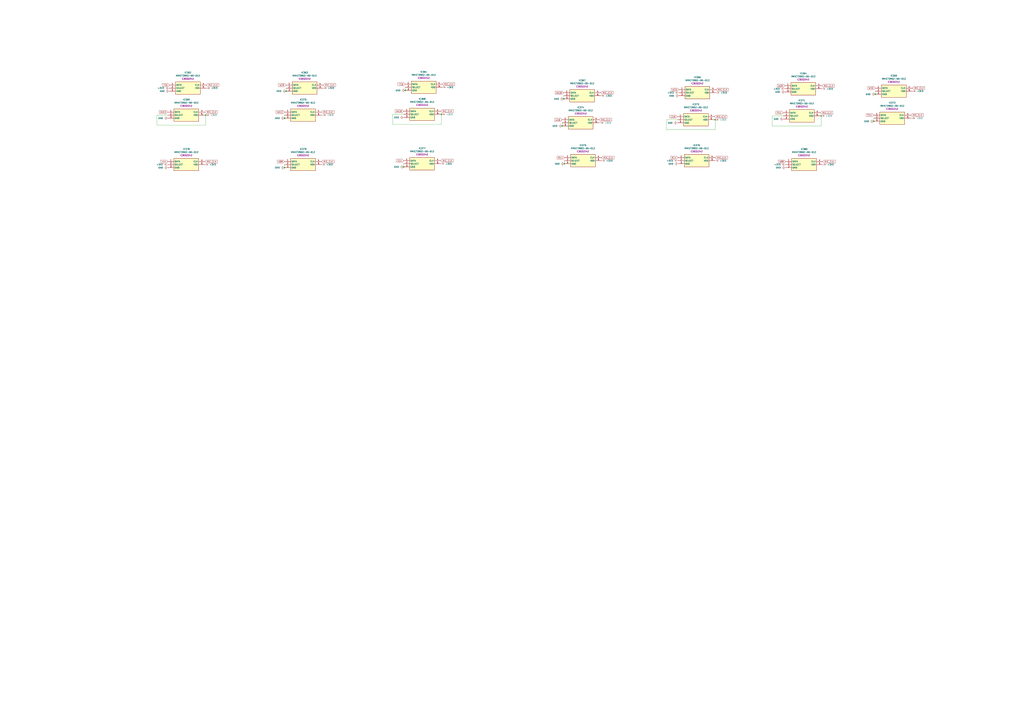
<source format=kicad_sch>
(kicad_sch (version 20231120) (generator "eeschema") (generator_version "8.0")
  (paper "A1")
  (lib_symbols
    (symbol "SamacSys_Parts:MMICT3902-00-012"
      (property "Reference" "IC" (at 26.67 7.62 0))
      (property "Value" "MMICT3902-00-012" (at 26.67 5.08 0))
      (property "LCSC" "C3032242" (at 0 0 0))
      (symbol "MMICT3902-00-012_1_1"
        (rectangle (start 5.08 2.54) (end 25.4 -7.62) (stroke (width 0.254)) (fill (type background)))
        (pin passive line (at 0 0 0) (length 5.08) (name "DATA") (number "1"))
        (pin passive line (at 0 -2.54 0) (length 5.08) (name "SELECT") (number "2"))
        (pin passive line (at 0 -5.08 0) (length 5.08) (name "GND") (number "3"))
        (pin passive line (at 30.48 0 180) (length 5.08) (name "CLK") (number "4"))
        (pin passive line (at 30.48 -2.54 180) (length 5.08) (name "VDD") (number "5"))
      )
    )
    (symbol "power:+3V3" (power) (pin_names (offset 0))
      (property "Value" "+3V3" (at 0 3.556 0))
      (symbol "+3V3_0_1"
        (polyline (pts (xy -0.762 1.27) (xy 0 2.54)))
        (polyline (pts (xy 0 0) (xy 0 2.54)))
        (polyline (pts (xy 0 2.54) (xy 0.762 1.27)))
      )
      (symbol "+3V3_1_1"
        (pin power_in line (at 0 0 90) (length 0) hide (name "+3V3") (number "1"))
      )
    )
    (symbol "power:GND" (power) (pin_names (offset 0))
      (property "Value" "GND" (at 0 -3.81 0))
      (symbol "GND_0_1"
        (polyline (pts (xy 0 0) (xy 0 -1.27) (xy 1.27 -1.27) (xy 0 -2.54) (xy -1.27 -1.27) (xy 0 -1.27)))
      )
      (symbol "GND_1_1"
        (pin power_in line (at 0 0 270) (length 0) hide (name "GND") (number "1"))
      )
    )
  )
  (junction (at 587.375 98.425))
  (junction (at 718.82 77.47))
  (junction (at 463.55 134.62))
  (junction (at 233.68 137.795))
  (junction (at 717.55 99.695))
  (junction (at 233.68 97.155))
  (junction (at 332.74 74.295))
  (junction (at 168.91 94.615))
  (junction (at 331.47 137.16))
  (junction (at 461.645 103.505))
  (junction (at 462.915 81.28))
  (junction (at 234.95 74.93))
  (junction (at 674.37 95.25))
  (junction (at 362.585 93.98))
  (wire (pts (xy 643.255 95.25) (xy 634.365 95.25)))
  (wire (pts (xy 673.735 95.25) (xy 674.37 95.25)))
  (wire (pts (xy 332.74 71.755) (xy 332.74 74.295)))
  (wire (pts (xy 587.375 98.425) (xy 587.375 106.68)))
  (wire (pts (xy 233.68 94.615) (xy 233.68 97.155)))
  (wire (pts (xy 128.905 102.87) (xy 168.91 102.87)))
  (wire (pts (xy 168.275 94.615) (xy 168.91 94.615)))
  (wire (pts (xy 137.795 94.615) (xy 128.905 94.615)))
  (wire (pts (xy 718.82 74.93) (xy 718.82 77.47)))
  (wire (pts (xy 362.585 93.98) (xy 362.585 102.235)))
  (wire (pts (xy 492.125 100.965) (xy 492.76 100.965)))
  (wire (pts (xy 361.95 93.98) (xy 362.585 93.98)))
  (wire (pts (xy 322.58 102.235) (xy 362.585 102.235)))
  (wire (pts (xy 234.95 72.39) (xy 234.95 74.93)))
  (wire (pts (xy 168.91 94.615) (xy 168.91 102.87)))
  (wire (pts (xy 322.58 93.98) (xy 322.58 102.235)))
  (wire (pts (xy 547.37 98.425) (xy 547.37 106.68)))
  (wire (pts (xy 331.47 134.62) (xy 331.47 137.16)))
  (wire (pts (xy 748.03 97.155) (xy 748.665 97.155)))
  (wire (pts (xy 264.16 94.615) (xy 264.795 94.615)))
  (wire (pts (xy 233.68 135.255) (xy 233.68 137.795)))
  (wire (pts (xy 556.768 132.08) (xy 556.895 132.08)))
  (wire (pts (xy 674.37 95.25) (xy 674.37 103.505)))
  (wire (pts (xy 462.915 78.74) (xy 462.915 81.28)))
  (wire (pts (xy 547.37 106.68) (xy 587.375 106.68)))
  (wire (pts (xy 717.55 97.155) (xy 717.55 99.695)))
  (wire (pts (xy 331.47 93.98) (xy 322.58 93.98)))
  (wire (pts (xy 634.365 103.505) (xy 674.37 103.505)))
  (wire (pts (xy 586.74 98.425) (xy 587.375 98.425)))
  (wire (pts (xy 128.905 94.615) (xy 128.905 102.87)))
  (wire (pts (xy 556.26 98.425) (xy 547.37 98.425)))
  (wire (pts (xy 634.365 95.25) (xy 634.365 103.505)))
  (wire (pts (xy 463.55 132.08) (xy 463.55 134.62)))
  (wire (pts (xy 461.645 100.965) (xy 461.645 103.505)))
  (global_label "MIC_CLK" (shape input) (at 361.95 91.44 0) (property "Intersheetrefs" "${INTERSHEET_REFS}" (effects (hide yes))))
  (global_label "R14" (shape input) (at 556.895 129.54 180) (property "Intersheetrefs" "${INTERSHEET_REFS}" (effects (hide yes))))
  (global_label "W20" (shape input) (at 234.95 69.85 180) (property "Intersheetrefs" "${INTERSHEET_REFS}" (effects (hide yes))))
  (global_label "MIC_CLK" (shape input) (at 494.03 129.54 0) (property "Intersheetrefs" "${INTERSHEET_REFS}" (effects (hide yes))))
  (global_label "MIC_CLK" (shape input) (at 168.275 132.715 0) (property "Intersheetrefs" "${INTERSHEET_REFS}" (effects (hide yes))))
  (global_label "MIC_CLK" (shape input) (at 264.16 92.075 0) (property "Intersheetrefs" "${INTERSHEET_REFS}" (effects (hide yes))))
  (global_label "MIC_CLK" (shape input) (at 586.74 95.885 0) (property "Intersheetrefs" "${INTERSHEET_REFS}" (effects (hide yes))))
  (global_label "MIC_CLK" (shape input) (at 748.03 94.615 0) (property "Intersheetrefs" "${INTERSHEET_REFS}" (effects (hide yes))))
  (global_label "MIC_CLK" (shape input) (at 675.64 132.715 0) (property "Intersheetrefs" "${INTERSHEET_REFS}" (effects (hide yes))))
  (global_label "P14" (shape input) (at 643.255 92.71 180) (property "Intersheetrefs" "${INTERSHEET_REFS}" (effects (hide yes))))
  (global_label "AA13" (shape input) (at 137.795 92.075 180) (property "Intersheetrefs" "${INTERSHEET_REFS}" (effects (hide yes))))
  (global_label "MIC_CLK" (shape input) (at 587.375 129.54 0) (property "Intersheetrefs" "${INTERSHEET_REFS}" (effects (hide yes))))
  (global_label "AA18" (shape input) (at 331.47 91.44 180) (property "Intersheetrefs" "${INTERSHEET_REFS}" (effects (hide yes))))
  (global_label "MIC_CLK" (shape input) (at 363.22 69.215 0) (property "Intersheetrefs" "${INTERSHEET_REFS}" (effects (hide yes))))
  (global_label "MIC_CLK" (shape input) (at 588.01 73.66 0) (property "Intersheetrefs" "${INTERSHEET_REFS}" (effects (hide yes))))
  (global_label "W20" (shape input) (at 644.525 70.485 180) (property "Intersheetrefs" "${INTERSHEET_REFS}" (effects (hide yes))))
  (global_label "MIC_CLK" (shape input) (at 749.3 72.39 0) (property "Intersheetrefs" "${INTERSHEET_REFS}" (effects (hide yes))))
  (global_label "MIC_CLK" (shape input) (at 169.545 69.85 0) (property "Intersheetrefs" "${INTERSHEET_REFS}" (effects (hide yes))))
  (global_label "P14" (shape input) (at 717.55 94.615 180) (property "Intersheetrefs" "${INTERSHEET_REFS}" (effects (hide yes))))
  (global_label "MIC_CLK" (shape input) (at 493.395 76.2 0) (property "Intersheetrefs" "${INTERSHEET_REFS}" (effects (hide yes))))
  (global_label "Y16" (shape input) (at 139.065 69.85 180) (property "Intersheetrefs" "${INTERSHEET_REFS}" (effects (hide yes))))
  (global_label "MIC_CLK" (shape input) (at 675.005 70.485 0) (property "Intersheetrefs" "${INTERSHEET_REFS}" (effects (hide yes))))
  (global_label "MIC_CLK" (shape input) (at 492.125 98.425 0) (property "Intersheetrefs" "${INTERSHEET_REFS}" (effects (hide yes))))
  (global_label "AA13" (shape input) (at 233.68 92.075 180) (property "Intersheetrefs" "${INTERSHEET_REFS}" (effects (hide yes))))
  (global_label "V14" (shape input) (at 137.795 132.715 180) (property "Intersheetrefs" "${INTERSHEET_REFS}" (effects (hide yes))))
  (global_label "W15" (shape input) (at 718.82 72.39 180) (property "Intersheetrefs" "${INTERSHEET_REFS}" (effects (hide yes))))
  (global_label "MIC_CLK" (shape input) (at 361.95 132.08 0) (property "Intersheetrefs" "${INTERSHEET_REFS}" (effects (hide yes))))
  (global_label "MIC_CLK" (shape input) (at 264.16 132.715 0) (property "Intersheetrefs" "${INTERSHEET_REFS}" (effects (hide yes))))
  (global_label "MIC_CLK" (shape input) (at 265.43 69.85 0) (property "Intersheetrefs" "${INTERSHEET_REFS}" (effects (hide yes))))
  (global_label "AB8" (shape input) (at 233.68 132.715 180) (property "Intersheetrefs" "${INTERSHEET_REFS}" (effects (hide yes))))
  (global_label "U16" (shape input) (at 556.26 95.885 180) (property "Intersheetrefs" "${INTERSHEET_REFS}" (effects (hide yes))))
  (global_label "MIC_CLK" (shape input) (at 673.735 92.71 0) (property "Intersheetrefs" "${INTERSHEET_REFS}" (effects (hide yes))))
  (global_label "R14" (shape input) (at 463.55 129.54 180) (property "Intersheetrefs" "${INTERSHEET_REFS}" (effects (hide yes))))
  (global_label "W15" (shape input) (at 557.53 73.66 180) (property "Intersheetrefs" "${INTERSHEET_REFS}" (effects (hide yes))))
  (global_label "AB8" (shape input) (at 645.16 132.715 180) (property "Intersheetrefs" "${INTERSHEET_REFS}" (effects (hide yes))))
  (global_label "MIC_CLK" (shape input) (at 168.275 92.075 0) (property "Intersheetrefs" "${INTERSHEET_REFS}" (effects (hide yes))))
  (global_label "Y16" (shape input) (at 332.74 69.215 180) (property "Intersheetrefs" "${INTERSHEET_REFS}" (effects (hide yes))))
  (global_label "AA18" (shape input) (at 462.915 76.2 180) (property "Intersheetrefs" "${INTERSHEET_REFS}" (effects (hide yes))))
  (global_label "V14" (shape input) (at 331.47 132.08 180) (property "Intersheetrefs" "${INTERSHEET_REFS}" (effects (hide yes))))
  (global_label "U16" (shape input) (at 461.645 98.425 180) (property "Intersheetrefs" "${INTERSHEET_REFS}" (effects (hide yes))))
  (symbol (lib_id "power:+3V3") (at 139.065 72.39 90) (unit 1)
    (property "Reference" "#PWR0854" (effects (hide yes)))
    (property "Value" "+3V3" (at 134.747 72.39 90) (effects (justify left)))
  )
  (symbol (lib_id "power:+3V3") (at 169.545 72.39 270) (unit 1)
    (property "Reference" "#PWR0811" (effects (hide yes)))
    (property "Value" "+3V3" (at 173.355 72.39 90) (effects (justify left)))
  )
  (symbol (lib_id "power:+3V3") (at 168.91 94.615 270) (unit 1)
    (property "Reference" "#PWR0825" (effects (hide yes)))
    (property "Value" "+3V3" (at 172.72 94.615 90) (effects (justify left)))
  )
  (symbol (lib_id "power:+3V3") (at 264.795 94.615 270) (unit 1)
    (property "Reference" "#PWR0826" (effects (hide yes)))
    (property "Value" "+3V3" (at 268.605 94.615 90) (effects (justify left)))
  )
  (symbol (lib_id "power:GND") (at 718.82 77.47 270) (unit 1)
    (property "Reference" "#PWR0820" (effects (hide yes)))
    (property "Value" "GND" (at 715.01 77.47 90) (effects (justify right)))
  )
  (symbol (lib_id "power:+3V3") (at 675.64 135.255 270) (unit 1)
    (property "Reference" "#PWR0845" (effects (hide yes)))
    (property "Value" "+3V3" (at 679.45 135.255 90) (effects (justify left)))
  )
  (symbol (lib_id "SamacSys_Parts:MMICT3902-00-012") (at 331.47 132.08 0) (unit 1)
    (property "Reference" "IC377" (at 346.71 121.92 0))
    (property "Value" "MMICT3902-00-012" (at 346.71 124.46 0))
    (property "Footprint" "T3902:MMICT390200012" (effects (hide yes)))
    (property "Datasheet" "http://invensense.tdk.com/wp-content/uploads/2020/05/DS-000357-T3902-v1.0.pdf" (effects (hide yes)))
    (property "Height" "1.13" (effects (hide yes)))
    (property "Mouser Part Number" "410-MMICT3902-00-012" (effects (hide yes)))
    (property "Mouser Price/Stock" "https://www.mouser.co.uk/ProductDetail/TDK-InvenSense/MMICT3902-00-012?qs=yqaQSyyJnNi1lpqXyrpxOA%3D%3D" (effects (hide yes)))
    (property "Manufacturer_Name" "TDK" (effects (hide yes)))
    (property "Manufacturer_Part_Number" "MMICT3902-00-012" (effects (hide yes)))
    (property "LCSC" "C3032242" (at 346.71 127 0))
  )
  (symbol (lib_id "power:GND") (at 644.525 75.565 270) (unit 1)
    (property "Reference" "#PWR0818" (effects (hide yes)))
    (property "Value" "GND" (at 640.715 75.565 90) (effects (justify right)))
  )
  (symbol (lib_id "power:+3V3") (at 749.3 74.93 270) (unit 1)
    (property "Reference" "#PWR0817" (effects (hide yes)))
    (property "Value" "+3V3" (at 753.11 74.93 90) (effects (justify left)))
  )
  (symbol (lib_id "power:GND") (at 556.26 100.965 270) (unit 1)
    (property "Reference" "#PWR0836" (effects (hide yes)))
    (property "Value" "GND" (at 552.45 100.965 90) (effects (justify right)))
  )
  (symbol (lib_id "power:+3V3") (at 587.375 98.425 270) (unit 1)
    (property "Reference" "#PWR0833" (effects (hide yes)))
    (property "Value" "+3V3" (at 591.185 98.425 90) (effects (justify left)))
  )
  (symbol (lib_id "power:GND") (at 557.53 78.74 270) (unit 1)
    (property "Reference" "#PWR0822" (effects (hide yes)))
    (property "Value" "GND" (at 553.72 78.74 90) (effects (justify right)))
  )
  (symbol (lib_id "power:+3V3") (at 362.585 93.98 270) (unit 1)
    (property "Reference" "#PWR0824" (effects (hide yes)))
    (property "Value" "+3V3" (at 366.395 93.98 90) (effects (justify left)))
  )
  (symbol (lib_id "power:GND") (at 139.065 74.93 270) (unit 1)
    (property "Reference" "#PWR0815" (effects (hide yes)))
    (property "Value" "GND" (at 135.255 74.93 90) (effects (justify right)))
  )
  (symbol (lib_id "SamacSys_Parts:MMICT3902-00-012") (at 645.16 132.715 0) (unit 1)
    (property "Reference" "IC380" (at 660.4 122.555 0))
    (property "Value" "MMICT3902-00-012" (at 660.4 125.095 0))
    (property "Footprint" "T3902:MMICT390200012" (effects (hide yes)))
    (property "Datasheet" "http://invensense.tdk.com/wp-content/uploads/2020/05/DS-000357-T3902-v1.0.pdf" (effects (hide yes)))
    (property "Height" "1.13" (effects (hide yes)))
    (property "Mouser Part Number" "410-MMICT3902-00-012" (effects (hide yes)))
    (property "Mouser Price/Stock" "https://www.mouser.co.uk/ProductDetail/TDK-InvenSense/MMICT3902-00-012?qs=yqaQSyyJnNi1lpqXyrpxOA%3D%3D" (effects (hide yes)))
    (property "Manufacturer_Name" "TDK" (effects (hide yes)))
    (property "Manufacturer_Part_Number" "MMICT3902-00-012" (effects (hide yes)))
    (property "LCSC" "C3032242" (at 660.4 127.635 0))
  )
  (symbol (lib_id "power:GND") (at 233.68 97.155 270) (unit 1)
    (property "Reference" "#PWR0830" (effects (hide yes)))
    (property "Value" "GND" (at 229.87 97.155 90) (effects (justify right)))
  )
  (symbol (lib_id "SamacSys_Parts:MMICT3902-00-012") (at 332.74 69.215 0) (unit 1)
    (property "Reference" "IC361" (at 347.98 59.055 0))
    (property "Value" "MMICT3902-00-012" (at 347.98 61.595 0))
    (property "Footprint" "T3902:MMICT390200012" (effects (hide yes)))
    (property "Datasheet" "http://invensense.tdk.com/wp-content/uploads/2020/05/DS-000357-T3902-v1.0.pdf" (effects (hide yes)))
    (property "Height" "1.13" (effects (hide yes)))
    (property "Mouser Part Number" "410-MMICT3902-00-012" (effects (hide yes)))
    (property "Mouser Price/Stock" "https://www.mouser.co.uk/ProductDetail/TDK-InvenSense/MMICT3902-00-012?qs=yqaQSyyJnNi1lpqXyrpxOA%3D%3D" (effects (hide yes)))
    (property "Manufacturer_Name" "TDK" (effects (hide yes)))
    (property "Manufacturer_Part_Number" "MMICT3902-00-012" (effects (hide yes)))
    (property "LCSC" "C3032242" (at 347.98 64.135 0))
  )
  (symbol (lib_id "power:GND") (at 645.16 137.795 270) (unit 1)
    (property "Reference" "#PWR0849" (effects (hide yes)))
    (property "Value" "GND" (at 641.35 137.795 90) (effects (justify right)))
  )
  (symbol (lib_id "power:+3V3") (at 748.665 97.155 270) (unit 1)
    (property "Reference" "#PWR0831" (effects (hide yes)))
    (property "Value" "+3V3" (at 752.475 97.155 90) (effects (justify left)))
  )
  (symbol (lib_id "power:GND") (at 137.795 137.795 270) (unit 1)
    (property "Reference" "#PWR0847" (effects (hide yes)))
    (property "Value" "GND" (at 133.985 137.795 90) (effects (justify right)))
  )
  (symbol (lib_id "SamacSys_Parts:MMICT3902-00-012") (at 643.255 92.71 0) (unit 1)
    (property "Reference" "IC371" (at 658.495 82.55 0))
    (property "Value" "MMICT3902-00-012" (at 658.495 85.09 0))
    (property "Footprint" "T3902:MMICT390200012" (effects (hide yes)))
    (property "Datasheet" "http://invensense.tdk.com/wp-content/uploads/2020/05/DS-000357-T3902-v1.0.pdf" (effects (hide yes)))
    (property "Height" "1.13" (effects (hide yes)))
    (property "Mouser Part Number" "410-MMICT3902-00-012" (effects (hide yes)))
    (property "Mouser Price/Stock" "https://www.mouser.co.uk/ProductDetail/TDK-InvenSense/MMICT3902-00-012?qs=yqaQSyyJnNi1lpqXyrpxOA%3D%3D" (effects (hide yes)))
    (property "Manufacturer_Name" "TDK" (effects (hide yes)))
    (property "Manufacturer_Part_Number" "MMICT3902-00-012" (effects (hide yes)))
    (property "LCSC" "C3032242" (at 658.495 87.63 0))
  )
  (symbol (lib_id "SamacSys_Parts:MMICT3902-00-012") (at 462.915 76.2 0) (unit 1)
    (property "Reference" "IC367" (at 478.155 66.04 0))
    (property "Value" "MMICT3902-00-012" (at 478.155 68.58 0))
    (property "Footprint" "T3902:MMICT390200012" (effects (hide yes)))
    (property "Datasheet" "http://invensense.tdk.com/wp-content/uploads/2020/05/DS-000357-T3902-v1.0.pdf" (effects (hide yes)))
    (property "Height" "1.13" (effects (hide yes)))
    (property "Mouser Part Number" "410-MMICT3902-00-012" (effects (hide yes)))
    (property "Mouser Price/Stock" "https://www.mouser.co.uk/ProductDetail/TDK-InvenSense/MMICT3902-00-012?qs=yqaQSyyJnNi1lpqXyrpxOA%3D%3D" (effects (hide yes)))
    (property "Manufacturer_Name" "TDK" (effects (hide yes)))
    (property "Manufacturer_Part_Number" "MMICT3902-00-012" (effects (hide yes)))
    (property "LCSC" "C3032242" (at 478.155 71.12 0))
  )
  (symbol (lib_id "power:GND") (at 233.68 137.795 270) (unit 1)
    (property "Reference" "#PWR0848" (effects (hide yes)))
    (property "Value" "GND" (at 229.87 137.795 90) (effects (justify right)))
  )
  (symbol (lib_id "power:+3V3") (at 675.005 73.025 270) (unit 1)
    (property "Reference" "#PWR0813" (effects (hide yes)))
    (property "Value" "+3V3" (at 678.815 73.025 90) (effects (justify left)))
  )
  (symbol (lib_id "power:+3V3") (at 265.43 72.39 270) (unit 1)
    (property "Reference" "#PWR0812" (effects (hide yes)))
    (property "Value" "+3V3" (at 269.24 72.39 90) (effects (justify left)))
  )
  (symbol (lib_id "power:GND") (at 331.47 137.16 270) (unit 1)
    (property "Reference" "#PWR0846" (effects (hide yes)))
    (property "Value" "GND" (at 327.66 137.16 90) (effects (justify right)))
  )
  (symbol (lib_id "power:GND") (at 331.47 96.52 270) (unit 1)
    (property "Reference" "#PWR0828" (effects (hide yes)))
    (property "Value" "GND" (at 327.66 96.52 90) (effects (justify right)))
  )
  (symbol (lib_id "SamacSys_Parts:MMICT3902-00-012") (at 233.68 132.715 0) (unit 1)
    (property "Reference" "IC379" (at 248.92 122.555 0))
    (property "Value" "MMICT3902-00-012" (at 248.92 125.095 0))
    (property "Footprint" "T3902:MMICT390200012" (effects (hide yes)))
    (property "Datasheet" "http://invensense.tdk.com/wp-content/uploads/2020/05/DS-000357-T3902-v1.0.pdf" (effects (hide yes)))
    (property "Height" "1.13" (effects (hide yes)))
    (property "Mouser Part Number" "410-MMICT3902-00-012" (effects (hide yes)))
    (property "Mouser Price/Stock" "https://www.mouser.co.uk/ProductDetail/TDK-InvenSense/MMICT3902-00-012?qs=yqaQSyyJnNi1lpqXyrpxOA%3D%3D" (effects (hide yes)))
    (property "Manufacturer_Name" "TDK" (effects (hide yes)))
    (property "Manufacturer_Part_Number" "MMICT3902-00-012" (effects (hide yes)))
    (property "LCSC" "C3032242" (at 248.92 127.635 0))
  )
  (symbol (lib_id "SamacSys_Parts:MMICT3902-00-012") (at 717.55 94.615 0) (unit 1)
    (property "Reference" "IC372" (at 732.79 84.455 0))
    (property "Value" "MMICT3902-00-012" (at 732.79 86.995 0))
    (property "Footprint" "T3902:MMICT390200012" (effects (hide yes)))
    (property "Datasheet" "http://invensense.tdk.com/wp-content/uploads/2020/05/DS-000357-T3902-v1.0.pdf" (effects (hide yes)))
    (property "Height" "1.13" (effects (hide yes)))
    (property "Mouser Part Number" "410-MMICT3902-00-012" (effects (hide yes)))
    (property "Mouser Price/Stock" "https://www.mouser.co.uk/ProductDetail/TDK-InvenSense/MMICT3902-00-012?qs=yqaQSyyJnNi1lpqXyrpxOA%3D%3D" (effects (hide yes)))
    (property "Manufacturer_Name" "TDK" (effects (hide yes)))
    (property "Manufacturer_Part_Number" "MMICT3902-00-012" (effects (hide yes)))
    (property "LCSC" "C3032242" (at 732.79 89.535 0))
  )
  (symbol (lib_id "power:+3V3") (at 674.37 95.25 270) (unit 1)
    (property "Reference" "#PWR0827" (effects (hide yes)))
    (property "Value" "+3V3" (at 678.18 95.25 90) (effects (justify left)))
  )
  (symbol (lib_id "SamacSys_Parts:MMICT3902-00-012") (at 461.645 98.425 0) (unit 1)
    (property "Reference" "IC374" (at 476.885 88.265 0))
    (property "Value" "MMICT3902-00-012" (at 476.885 90.805 0))
    (property "Footprint" "T3902:MMICT390200012" (effects (hide yes)))
    (property "Datasheet" "http://invensense.tdk.com/wp-content/uploads/2020/05/DS-000357-T3902-v1.0.pdf" (effects (hide yes)))
    (property "Height" "1.13" (effects (hide yes)))
    (property "Mouser Part Number" "410-MMICT3902-00-012" (effects (hide yes)))
    (property "Mouser Price/Stock" "https://www.mouser.co.uk/ProductDetail/TDK-InvenSense/MMICT3902-00-012?qs=yqaQSyyJnNi1lpqXyrpxOA%3D%3D" (effects (hide yes)))
    (property "Manufacturer_Name" "TDK" (effects (hide yes)))
    (property "Manufacturer_Part_Number" "MMICT3902-00-012" (effects (hide yes)))
    (property "LCSC" "C3032242" (at 476.885 93.345 0))
  )
  (symbol (lib_id "SamacSys_Parts:MMICT3902-00-012") (at 137.795 92.075 0) (unit 1)
    (property "Reference" "IC369" (at 153.035 81.915 0))
    (property "Value" "MMICT3902-00-012" (at 153.035 84.455 0))
    (property "Footprint" "T3902:MMICT390200012" (effects (hide yes)))
    (property "Datasheet" "http://invensense.tdk.com/wp-content/uploads/2020/05/DS-000357-T3902-v1.0.pdf" (effects (hide yes)))
    (property "Height" "1.13" (effects (hide yes)))
    (property "Mouser Part Number" "410-MMICT3902-00-012" (effects (hide yes)))
    (property "Mouser Price/Stock" "https://www.mouser.co.uk/ProductDetail/TDK-InvenSense/MMICT3902-00-012?qs=yqaQSyyJnNi1lpqXyrpxOA%3D%3D" (effects (hide yes)))
    (property "Manufacturer_Name" "TDK" (effects (hide yes)))
    (property "Manufacturer_Part_Number" "MMICT3902-00-012" (effects (hide yes)))
    (property "LCSC" "C3032242" (at 153.035 86.995 0))
  )
  (symbol (lib_id "power:GND") (at 463.55 134.62 270) (unit 1)
    (property "Reference" "#PWR0841" (effects (hide yes)))
    (property "Value" "GND" (at 459.74 134.62 90) (effects (justify right)))
  )
  (symbol (lib_id "power:+3V3") (at 492.76 100.965 270) (unit 1)
    (property "Reference" "#PWR0835" (effects (hide yes)))
    (property "Value" "+3V3" (at 496.57 100.965 90) (effects (justify left)))
  )
  (symbol (lib_id "power:+3V3") (at 168.275 135.255 270) (unit 1)
    (property "Reference" "#PWR0843" (effects (hide yes)))
    (property "Value" "+3V3" (at 172.085 135.255 90) (effects (justify left)))
  )
  (symbol (lib_id "power:+3V3") (at 556.768 132.08 90) (unit 1)
    (property "Reference" "#PWR0932" (effects (hide yes)))
    (property "Value" "+3V3" (at 552.704 132.08 90) (effects (justify left)))
  )
  (symbol (lib_id "power:GND") (at 332.74 74.295 270) (unit 1)
    (property "Reference" "#PWR0814" (effects (hide yes)))
    (property "Value" "GND" (at 328.93 74.295 90) (effects (justify right)))
  )
  (symbol (lib_id "power:+3V3") (at 587.375 132.08 270) (unit 1)
    (property "Reference" "#PWR0839" (effects (hide yes)))
    (property "Value" "+3V3" (at 591.185 132.08 90) (effects (justify left)))
  )
  (symbol (lib_id "power:GND") (at 137.795 97.155 270) (unit 1)
    (property "Reference" "#PWR0829" (effects (hide yes)))
    (property "Value" "GND" (at 133.985 97.155 90) (effects (justify right)))
  )
  (symbol (lib_id "SamacSys_Parts:MMICT3902-00-012") (at 137.795 132.715 0) (unit 1)
    (property "Reference" "IC378" (at 153.035 122.555 0))
    (property "Value" "MMICT3902-00-012" (at 153.035 125.095 0))
    (property "Footprint" "T3902:MMICT390200012" (effects (hide yes)))
    (property "Datasheet" "http://invensense.tdk.com/wp-content/uploads/2020/05/DS-000357-T3902-v1.0.pdf" (effects (hide yes)))
    (property "Height" "1.13" (effects (hide yes)))
    (property "Mouser Part Number" "410-MMICT3902-00-012" (effects (hide yes)))
    (property "Mouser Price/Stock" "https://www.mouser.co.uk/ProductDetail/TDK-InvenSense/MMICT3902-00-012?qs=yqaQSyyJnNi1lpqXyrpxOA%3D%3D" (effects (hide yes)))
    (property "Manufacturer_Name" "TDK" (effects (hide yes)))
    (property "Manufacturer_Part_Number" "MMICT3902-00-012" (effects (hide yes)))
    (property "LCSC" "C3032242" (at 153.035 127.635 0))
  )
  (symbol (lib_id "SamacSys_Parts:MMICT3902-00-012") (at 556.26 95.885 0) (unit 1)
    (property "Reference" "IC373" (at 571.5 85.725 0))
    (property "Value" "MMICT3902-00-012" (at 571.5 88.265 0))
    (property "Footprint" "T3902:MMICT390200012" (effects (hide yes)))
    (property "Datasheet" "http://invensense.tdk.com/wp-content/uploads/2020/05/DS-000357-T3902-v1.0.pdf" (effects (hide yes)))
    (property "Height" "1.13" (effects (hide yes)))
    (property "Mouser Part Number" "410-MMICT3902-00-012" (effects (hide yes)))
    (property "Mouser Price/Stock" "https://www.mouser.co.uk/ProductDetail/TDK-InvenSense/MMICT3902-00-012?qs=yqaQSyyJnNi1lpqXyrpxOA%3D%3D" (effects (hide yes)))
    (property "Manufacturer_Name" "TDK" (effects (hide yes)))
    (property "Manufacturer_Part_Number" "MMICT3902-00-012" (effects (hide yes)))
    (property "LCSC" "C3032242" (at 571.5 90.805 0))
  )
  (symbol (lib_id "power:+3V3") (at 557.53 76.2 90) (unit 1)
    (property "Reference" "#PWR0931" (effects (hide yes)))
    (property "Value" "+3V3" (at 553.466 76.2 90) (effects (justify left)))
  )
  (symbol (lib_id "power:+3V3") (at 644.525 73.025 90) (unit 1)
    (property "Reference" "#PWR0930" (effects (hide yes)))
    (property "Value" "+3V3" (at 640.461 73.025 90) (effects (justify left)))
  )
  (symbol (lib_id "power:GND") (at 462.915 81.28 270) (unit 1)
    (property "Reference" "#PWR0823" (effects (hide yes)))
    (property "Value" "GND" (at 459.105 81.28 90) (effects (justify right)))
  )
  (symbol (lib_id "SamacSys_Parts:MMICT3902-00-012") (at 557.53 73.66 0) (unit 1)
    (property "Reference" "IC366" (at 572.77 63.5 0))
    (property "Value" "MMICT3902-00-012" (at 572.77 66.04 0))
    (property "Footprint" "T3902:MMICT390200012" (effects (hide yes)))
    (property "Datasheet" "http://invensense.tdk.com/wp-content/uploads/2020/05/DS-000357-T3902-v1.0.pdf" (effects (hide yes)))
    (property "Height" "1.13" (effects (hide yes)))
    (property "Mouser Part Number" "410-MMICT3902-00-012" (effects (hide yes)))
    (property "Mouser Price/Stock" "https://www.mouser.co.uk/ProductDetail/TDK-InvenSense/MMICT3902-00-012?qs=yqaQSyyJnNi1lpqXyrpxOA%3D%3D" (effects (hide yes)))
    (property "Manufacturer_Name" "TDK" (effects (hide yes)))
    (property "Manufacturer_Part_Number" "MMICT3902-00-012" (effects (hide yes)))
    (property "LCSC" "C3032242" (at 572.77 68.58 0))
  )
  (symbol (lib_id "SamacSys_Parts:MMICT3902-00-012") (at 556.895 129.54 0) (unit 1)
    (property "Reference" "IC376" (at 572.135 119.38 0))
    (property "Value" "MMICT3902-00-012" (at 572.135 121.92 0))
    (property "Footprint" "T3902:MMICT390200012" (effects (hide yes)))
    (property "Datasheet" "http://invensense.tdk.com/wp-content/uploads/2020/05/DS-000357-T3902-v1.0.pdf" (effects (hide yes)))
    (property "Height" "1.13" (effects (hide yes)))
    (property "Mouser Part Number" "410-MMICT3902-00-012" (effects (hide yes)))
    (property "Mouser Price/Stock" "https://www.mouser.co.uk/ProductDetail/TDK-InvenSense/MMICT3902-00-012?qs=yqaQSyyJnNi1lpqXyrpxOA%3D%3D" (effects (hide yes)))
    (property "Manufacturer_Name" "TDK" (effects (hide yes)))
    (property "Manufacturer_Part_Number" "MMICT3902-00-012" (effects (hide yes)))
    (property "LCSC" "C3032242" (at 572.135 124.46 0))
  )
  (symbol (lib_id "power:+3V3") (at 264.16 135.255 270) (unit 1)
    (property "Reference" "#PWR0844" (effects (hide yes)))
    (property "Value" "+3V3" (at 267.97 135.255 90) (effects (justify left)))
  )
  (symbol (lib_id "SamacSys_Parts:MMICT3902-00-012") (at 233.68 92.075 0) (unit 1)
    (property "Reference" "IC370" (at 248.92 81.915 0))
    (property "Value" "MMICT3902-00-012" (at 248.92 84.455 0))
    (property "Footprint" "T3902:MMICT390200012" (effects (hide yes)))
    (property "Datasheet" "http://invensense.tdk.com/wp-content/uploads/2020/05/DS-000357-T3902-v1.0.pdf" (effects (hide yes)))
    (property "Height" "1.13" (effects (hide yes)))
    (property "Mouser Part Number" "410-MMICT3902-00-012" (effects (hide yes)))
    (property "Mouser Price/Stock" "https://www.mouser.co.uk/ProductDetail/TDK-InvenSense/MMICT3902-00-012?qs=yqaQSyyJnNi1lpqXyrpxOA%3D%3D" (effects (hide yes)))
    (property "Manufacturer_Name" "TDK" (effects (hide yes)))
    (property "Manufacturer_Part_Number" "MMICT3902-00-012" (effects (hide yes)))
    (property "LCSC" "C3032242" (at 248.92 86.995 0))
  )
  (symbol (lib_id "power:GND") (at 461.645 103.505 270) (unit 1)
    (property "Reference" "#PWR0837" (effects (hide yes)))
    (property "Value" "GND" (at 457.835 103.505 90) (effects (justify right)))
  )
  (symbol (lib_id "power:GND") (at 643.255 97.79 270) (unit 1)
    (property "Reference" "#PWR0832" (effects (hide yes)))
    (property "Value" "GND" (at 639.445 97.79 90) (effects (justify right)))
  )
  (symbol (lib_id "power:GND") (at 556.895 134.62 270) (unit 1)
    (property "Reference" "#PWR0842" (effects (hide yes)))
    (property "Value" "GND" (at 553.085 134.62 90) (effects (justify right)))
  )
  (symbol (lib_id "SamacSys_Parts:MMICT3902-00-012") (at 234.95 69.85 0) (unit 1)
    (property "Reference" "IC363" (at 250.19 59.69 0))
    (property "Value" "MMICT3902-00-012" (at 250.19 62.23 0))
    (property "Footprint" "T3902:MMICT390200012" (effects (hide yes)))
    (property "Datasheet" "http://invensense.tdk.com/wp-content/uploads/2020/05/DS-000357-T3902-v1.0.pdf" (effects (hide yes)))
    (property "Height" "1.13" (effects (hide yes)))
    (property "Mouser Part Number" "410-MMICT3902-00-012" (effects (hide yes)))
    (property "Mouser Price/Stock" "https://www.mouser.co.uk/ProductDetail/TDK-InvenSense/MMICT3902-00-012?qs=yqaQSyyJnNi1lpqXyrpxOA%3D%3D" (effects (hide yes)))
    (property "Manufacturer_Name" "TDK" (effects (hide yes)))
    (property "Manufacturer_Part_Number" "MMICT3902-00-012" (effects (hide yes)))
    (property "LCSC" "C3032242" (at 250.19 64.77 0))
  )
  (symbol (lib_id "power:+3V3") (at 137.795 135.255 90) (unit 1)
    (property "Reference" "#PWR0933" (effects (hide yes)))
    (property "Value" "+3V3" (at 133.731 135.255 90) (effects (justify left)))
  )
  (symbol (lib_id "power:+3V3") (at 645.16 135.255 90) (unit 1)
    (property "Reference" "#PWR0934" (effects (hide yes)))
    (property "Value" "+3V3" (at 641.096 135.255 90) (effects (justify left)))
  )
  (symbol (lib_id "power:+3V3") (at 493.395 78.74 270) (unit 1)
    (property "Reference" "#PWR0821" (effects (hide yes)))
    (property "Value" "+3V3" (at 497.205 78.74 90) (effects (justify left)))
  )
  (symbol (lib_id "SamacSys_Parts:MMICT3902-00-012") (at 718.82 72.39 0) (unit 1)
    (property "Reference" "IC365" (at 734.06 62.23 0))
    (property "Value" "MMICT3902-00-012" (at 734.06 64.77 0))
    (property "Footprint" "T3902:MMICT390200012" (effects (hide yes)))
    (property "Datasheet" "http://invensense.tdk.com/wp-content/uploads/2020/05/DS-000357-T3902-v1.0.pdf" (effects (hide yes)))
    (property "Height" "1.13" (effects (hide yes)))
    (property "Mouser Part Number" "410-MMICT3902-00-012" (effects (hide yes)))
    (property "Mouser Price/Stock" "https://www.mouser.co.uk/ProductDetail/TDK-InvenSense/MMICT3902-00-012?qs=yqaQSyyJnNi1lpqXyrpxOA%3D%3D" (effects (hide yes)))
    (property "Manufacturer_Name" "TDK" (effects (hide yes)))
    (property "Manufacturer_Part_Number" "MMICT3902-00-012" (effects (hide yes)))
    (property "LCSC" "C3032242" (at 734.06 67.31 0))
  )
  (symbol (lib_id "power:+3V3") (at 363.22 71.755 270) (unit 1)
    (property "Reference" "#PWR0810" (effects (hide yes)))
    (property "Value" "+3V3" (at 367.03 71.755 90) (effects (justify left)))
  )
  (symbol (lib_id "power:+3V3") (at 361.95 134.62 270) (unit 1)
    (property "Reference" "#PWR0840" (effects (hide yes)))
    (property "Value" "+3V3" (at 365.76 134.62 90) (effects (justify left)))
  )
  (symbol (lib_id "SamacSys_Parts:MMICT3902-00-012") (at 644.525 70.485 0) (unit 1)
    (property "Reference" "IC364" (at 659.765 60.325 0))
    (property "Value" "MMICT3902-00-012" (at 659.765 62.865 0))
    (property "Footprint" "T3902:MMICT390200012" (effects (hide yes)))
    (property "Datasheet" "http://invensense.tdk.com/wp-content/uploads/2020/05/DS-000357-T3902-v1.0.pdf" (effects (hide yes)))
    (property "Height" "1.13" (effects (hide yes)))
    (property "Mouser Part Number" "410-MMICT3902-00-012" (effects (hide yes)))
    (property "Mouser Price/Stock" "https://www.mouser.co.uk/ProductDetail/TDK-InvenSense/MMICT3902-00-012?qs=yqaQSyyJnNi1lpqXyrpxOA%3D%3D" (effects (hide yes)))
    (property "Manufacturer_Name" "TDK" (effects (hide yes)))
    (property "Manufacturer_Part_Number" "MMICT3902-00-012" (effects (hide yes)))
    (property "LCSC" "C3032242" (at 659.765 65.405 0))
  )
  (symbol (lib_id "SamacSys_Parts:MMICT3902-00-012") (at 463.55 129.54 0) (unit 1)
    (property "Reference" "IC375" (at 478.79 119.38 0))
    (property "Value" "MMICT3902-00-012" (at 478.79 121.92 0))
    (property "Footprint" "T3902:MMICT390200012" (effects (hide yes)))
    (property "Datasheet" "http://invensense.tdk.com/wp-content/uploads/2020/05/DS-000357-T3902-v1.0.pdf" (effects (hide yes)))
    (property "Height" "1.13" (effects (hide yes)))
    (property "Mouser Part Number" "410-MMICT3902-00-012" (effects (hide yes)))
    (property "Mouser Price/Stock" "https://www.mouser.co.uk/ProductDetail/TDK-InvenSense/MMICT3902-00-012?qs=yqaQSyyJnNi1lpqXyrpxOA%3D%3D" (effects (hide yes)))
    (property "Manufacturer_Name" "TDK" (effects (hide yes)))
    (property "Manufacturer_Part_Number" "MMICT3902-00-012" (effects (hide yes)))
    (property "LCSC" "C3032242" (at 478.79 124.46 0))
  )
  (symbol (lib_id "power:+3V3") (at 588.01 76.2 270) (unit 1)
    (property "Reference" "#PWR0819" (effects (hide yes)))
    (property "Value" "+3V3" (at 591.82 76.2 90) (effects (justify left)))
  )
  (symbol (lib_id "SamacSys_Parts:MMICT3902-00-012") (at 331.47 91.44 0) (unit 1)
    (property "Reference" "IC368" (at 346.71 81.28 0))
    (property "Value" "MMICT3902-00-012" (at 346.71 83.82 0))
    (property "Footprint" "T3902:MMICT390200012" (effects (hide yes)))
    (property "Datasheet" "http://invensense.tdk.com/wp-content/uploads/2020/05/DS-000357-T3902-v1.0.pdf" (effects (hide yes)))
    (property "Height" "1.13" (effects (hide yes)))
    (property "Mouser Part Number" "410-MMICT3902-00-012" (effects (hide yes)))
    (property "Mouser Price/Stock" "https://www.mouser.co.uk/ProductDetail/TDK-InvenSense/MMICT3902-00-012?qs=yqaQSyyJnNi1lpqXyrpxOA%3D%3D" (effects (hide yes)))
    (property "Manufacturer_Name" "TDK" (effects (hide yes)))
    (property "Manufacturer_Part_Number" "MMICT3902-00-012" (effects (hide yes)))
    (property "LCSC" "C3032242" (at 346.71 86.36 0))
  )
  (symbol (lib_id "power:GND") (at 717.55 99.695 270) (unit 1)
    (property "Reference" "#PWR0834" (effects (hide yes)))
    (property "Value" "GND" (at 713.74 99.695 90) (effects (justify right)))
  )
  (symbol (lib_id "power:+3V3") (at 494.03 132.08 270) (unit 1)
    (property "Reference" "#PWR0838" (effects (hide yes)))
    (property "Value" "+3V3" (at 497.84 132.08 90) (effects (justify left)))
  )
  (symbol (lib_id "power:GND") (at 234.95 74.93 270) (unit 1)
    (property "Reference" "#PWR0816" (effects (hide yes)))
    (property "Value" "GND" (at 231.14 74.93 90) (effects (justify right)))
  )
  (symbol (lib_id "SamacSys_Parts:MMICT3902-00-012") (at 139.065 69.85 0) (unit 1)
    (property "Reference" "IC362" (at 154.305 59.69 0))
    (property "Value" "MMICT3902-00-012" (at 154.305 62.23 0))
    (property "Footprint" "T3902:MMICT390200012" (effects (hide yes)))
    (property "Datasheet" "http://invensense.tdk.com/wp-content/uploads/2020/05/DS-000357-T3902-v1.0.pdf" (effects (hide yes)))
    (property "Height" "1.13" (effects (hide yes)))
    (property "Mouser Part Number" "410-MMICT3902-00-012" (effects (hide yes)))
    (property "Mouser Price/Stock" "https://www.mouser.co.uk/ProductDetail/TDK-InvenSense/MMICT3902-00-012?qs=yqaQSyyJnNi1lpqXyrpxOA%3D%3D" (effects (hide yes)))
    (property "Manufacturer_Name" "TDK" (effects (hide yes)))
    (property "Manufacturer_Part_Number" "MMICT3902-00-012" (effects (hide yes)))
    (property "LCSC" "C3032242" (at 154.305 64.77 0))
  )
)
</source>
